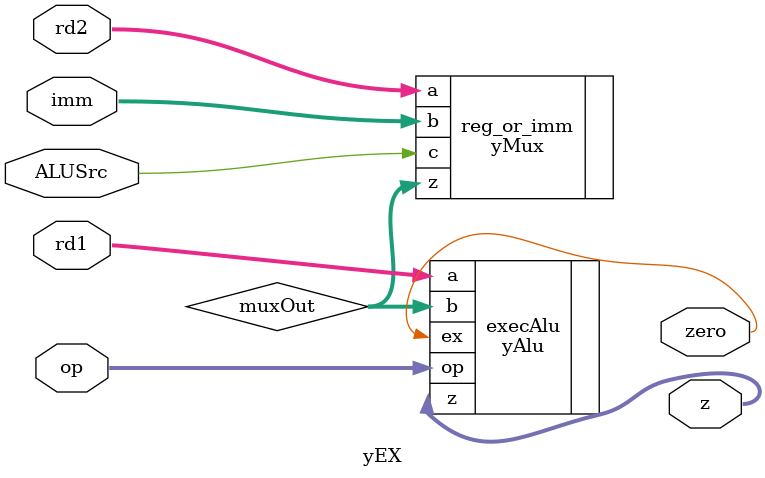
<source format=v>
module yEX (
    output [31:0] z,     // Result of the ALU operation
    output zero,         // Zero flag indicating if the result is zero
    input [31:0] rd1,    // First operand for ALU operation
    input [31:0] rd2,    // Second operand for ALU operation (or immediate value)
    input [31:0] imm,    // Immediate value used for certain operations
    input [2:0] op,      // ALU operation code
    input ALUSrc         // Control signal to select between rd2 and imm
);

    // Internal signal to hold the result of the mux operation
    wire [31:0] muxOut;

    // Mux to select between rd2 and immediate value based on ALUSrc
    // When ALUSrc is 1, imm is selected; otherwise, rd2 is selected
    yMux #(32) reg_or_imm (
        .z(muxOut),
        .a(rd2),
        .b(imm),
        .c(ALUSrc)
    );

    // ALU to perform the operation based on the opcode and selected operand
    yAlu execAlu (
        .z(z),
        .ex(zero),
        .a(rd1),
        .b(muxOut),
        .op(op)
    );

endmodule
</source>
